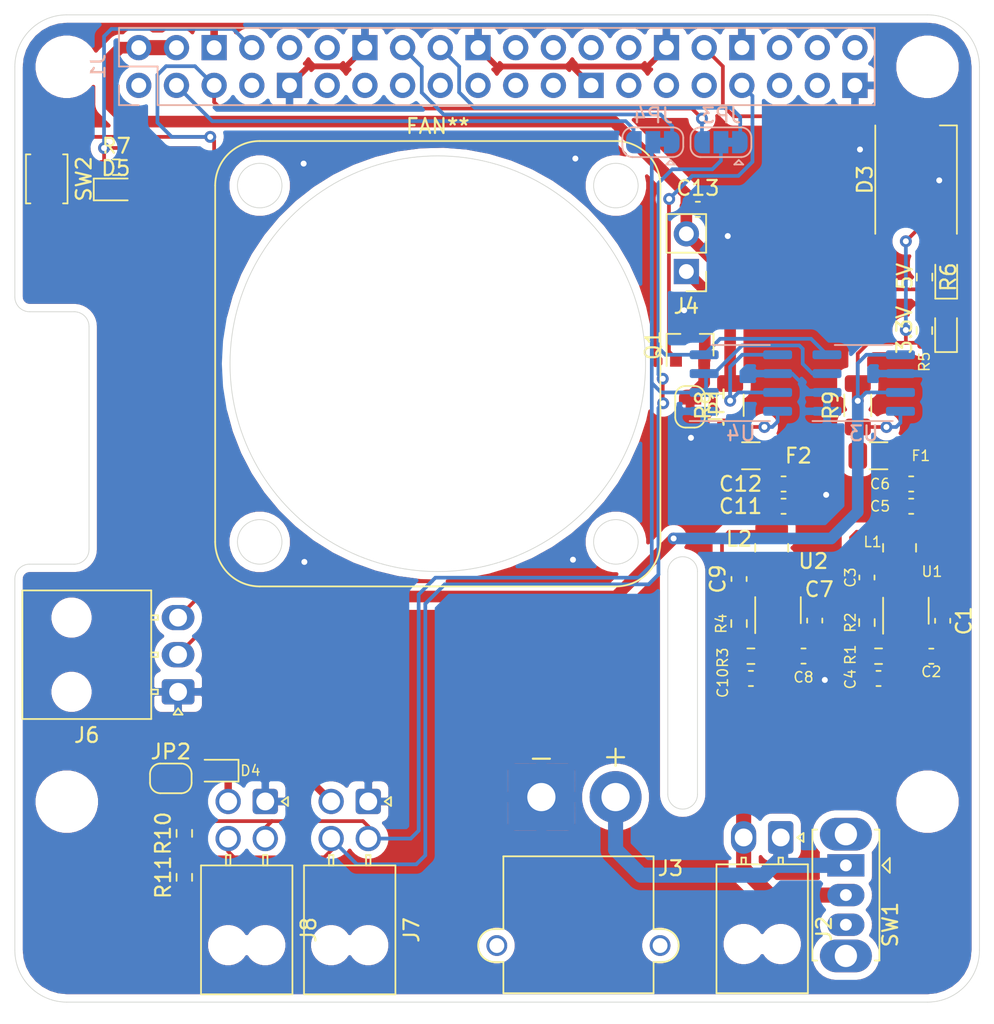
<source format=kicad_pcb>
(kicad_pcb (version 20171130) (host pcbnew "(5.1.9)-1")
  (layers (0 F.Cu signal) (31 B.Cu signal) (34 B.Paste user) (35 F.Paste user) (36 B.SilkS user) (37 F.SilkS user) (38 B.Mask user) (39 F.Mask user) (44 Edge.Cuts user))
  (net 0 "")
  (net 1 VDD)
  (net 2 GND)
  (net 3 "Net-(C3-Pad1)")
  (net 4 "Net-(C3-Pad2)")
  (net 5 "Net-(C4-Pad1)")
  (net 6 "Net-(C4-Pad2)")
  (net 7 "Net-(C9-Pad1)")
  (net 8 "Net-(C9-Pad2)")
  (net 9 "Net-(C10-Pad2)")
  (net 10 "Net-(C10-Pad1)")
  (net 11 "Net-(D1-Pad2)")
  (net 12 "Net-(D2-Pad2)")
  (net 13 +3V3)
  (net 14 +5V)
  (net 15 "Net-(J1-Pad1)")
  (net 16 /SDA)
  (net 17 /SCL)
  (net 18 /GPIO4)
  (net 19 /GPIO14)
  (net 20 /GPIO15)
  (net 21 /GPIO17)
  (net 22 /GPIO18)
  (net 23 /GPIO27)
  (net 24 /GPIO22)
  (net 25 /GPIO23)
  (net 26 "Net-(J1-Pad17)")
  (net 27 /GPIO24)
  (net 28 /GPIO10)
  (net 29 /GPIO9)
  (net 30 /GPIO25)
  (net 31 /GPIO11)
  (net 32 /GPIO8)
  (net 33 /GPIO7)
  (net 34 "Net-(J1-Pad27)")
  (net 35 "Net-(J1-Pad28)")
  (net 36 /GPIO5)
  (net 37 /GPIO6)
  (net 38 /GPIO12)
  (net 39 /GPIO13)
  (net 40 /GPIO19)
  (net 41 /GPIO16)
  (net 42 /GPIO26)
  (net 43 /GPIO20)
  (net 44 /GPIO21)
  (net 45 "Net-(D4-Pad1)")
  (net 46 "Net-(D3-Pad4)")
  (net 47 "Net-(D3-Pad1)")
  (net 48 "Net-(J4-Pad1)")
  (net 49 "Net-(F1-Pad1)")
  (net 50 "Net-(F2-Pad1)")
  (net 51 "Net-(D4-Pad2)")
  (net 52 "Net-(J2-Pad1)")
  (net 53 /GPIO2)
  (net 54 /GPIO3)
  (net 55 "Net-(D5-Pad2)")
  (module Diode_SMD:D_0603_1608Metric (layer F.Cu) (at 120.5875 97.91 180)
    (fp_text reference D4 (at -2.287501 0) (layer F.SilkS) (effects (font (size 0.7 0.7) (thickness 0.1))))
    (fp_text value D_Small)
    (pad 1 smd roundrect (at -0.7875 0 180) (size 0.875 0.95) (layers F.Cu F.Paste F.Mask) (net 45 "Net-(D4-Pad1)"))
    (pad 2 smd roundrect (at 0.7875 0 180) (size 0.875 0.95) (layers F.Cu F.Paste F.Mask) (net 51 "Net-(D4-Pad2)"))
  )
  (module Jumper:SolderJumper-2_P1.3mm_Bridged_RoundedPad1.0x1.5mm (layer F.Cu) (at 117.51 98.43)
    (fp_text reference JP2 (at 0 -1.8) (layer F.SilkS))
    (fp_text value SolderJumper_2_Bridged)
    (fp_poly (pts (xy 0.25 -0.3) (xy -0.25 -0.3) (xy -0.25 0.3) (xy 0.25 0.3)) (layer F.Cu) (width 0))
    (pad 2 smd custom (at 0.65 0) (size 1 0.5) (layers F.Cu F.Mask) (net 51 "Net-(D4-Pad2)") (options (clearance outline) (anchor rect)) (primitives (gr_circle (center 0 0.25) (end 0.5 0.25) (width 0)) (gr_circle (center 0 -0.25) (end 0.5 -0.25) (width 0)) (gr_poly (pts (xy 0 -0.75) (xy -0.5 -0.75) (xy -0.5 0.75) (xy 0 0.75)) (width 0))))
    (pad 1 smd custom (at -0.65 0) (size 1 0.5) (layers F.Cu F.Mask) (net 13 +3V3) (options (clearance outline) (anchor rect)) (primitives (gr_circle (center 0 0.25) (end 0.5 0.25) (width 0)) (gr_circle (center 0 -0.25) (end 0.5 -0.25) (width 0)) (gr_poly (pts (xy 0 -0.75) (xy 0.5 -0.75) (xy 0.5 0.75) (xy 0 0.75)) (width 0))))
  )
  (module Connector_Molex:Molex_Nano-Fit_105314-xx04_2x02_P2.50mm_Horizontal (layer F.Cu) (at 123.874999 99.985001 270)
    (fp_text reference J8 (at 8.65 -2.92 90) (layer F.SilkS))
    (fp_text value I2C)
    (pad "" np_thru_hole circle (at 9.68 2.5 270) (size 1.7 1.7) (drill 1.7) (layers *.Cu *.Mask))
    (pad "" np_thru_hole circle (at 9.68 0 270) (size 1.7 1.7) (drill 1.7) (layers *.Cu *.Mask))
    (pad 4 thru_hole circle (at 2.5 2.5 270) (size 1.7 1.7) (drill 1.2) (layers *.Cu *.Mask) (net 17 /SCL))
    (pad 3 thru_hole circle (at 2.5 0 270) (size 1.7 1.7) (drill 1.2) (layers *.Cu *.Mask) (net 16 /SDA))
    (pad 2 thru_hole circle (at 0 2.5 270) (size 1.7 1.7) (drill 1.2) (layers *.Cu *.Mask) (net 45 "Net-(D4-Pad1)"))
    (pad 1 thru_hole roundrect (at 0 0 270) (size 1.7 1.7) (drill 1.2) (layers *.Cu *.Mask) (roundrect_rratio 0.147059) (net 2 GND))
  )
  (module Resistor_SMD:R_0603_1608Metric (layer F.Cu) (at 118.42 102.135 90)
    (fp_text reference R10 (at 0 -1.43 90) (layer F.SilkS))
    (fp_text value 4.7k)
    (pad 2 smd roundrect (at 0.825 0 90) (size 0.8 0.95) (layers F.Cu F.Paste F.Mask) (net 16 /SDA))
    (pad 1 smd roundrect (at -0.825 0 90) (size 0.8 0.95) (layers F.Cu F.Paste F.Mask) (net 13 +3V3))
  )
  (module Resistor_SMD:R_0603_1608Metric (layer F.Cu) (at 118.42 105.095 270)
    (fp_text reference R11 (at -0.005 1.42 90) (layer F.SilkS))
    (fp_text value 4.7k)
    (pad 1 smd roundrect (at -0.825 0 270) (size 0.8 0.95) (layers F.Cu F.Paste F.Mask) (net 13 +3V3))
    (pad 2 smd roundrect (at 0.825 0 270) (size 0.8 0.95) (layers F.Cu F.Paste F.Mask) (net 17 /SCL))
  )
  (module Connector_Molex:Molex_Nano-Fit_105314-xx04_2x02_P2.50mm_Horizontal (layer F.Cu) (at 130.814999 99.985001 270)
    (fp_text reference J7 (at 8.65 -2.92 90) (layer F.SilkS))
    (fp_text value I2C)
    (pad 1 thru_hole roundrect (at 0 0 270) (size 1.7 1.7) (drill 1.2) (layers *.Cu *.Mask) (roundrect_rratio 0.147059) (net 2 GND))
    (pad 2 thru_hole circle (at 0 2.5 270) (size 1.7 1.7) (drill 1.2) (layers *.Cu *.Mask) (net 45 "Net-(D4-Pad1)"))
    (pad 3 thru_hole circle (at 2.5 0 270) (size 1.7 1.7) (drill 1.2) (layers *.Cu *.Mask) (net 16 /SDA))
    (pad 4 thru_hole circle (at 2.5 2.5 270) (size 1.7 1.7) (drill 1.2) (layers *.Cu *.Mask) (net 17 /SCL))
    (pad "" np_thru_hole circle (at 9.68 0 270) (size 1.7 1.7) (drill 1.7) (layers *.Cu *.Mask))
    (pad "" np_thru_hole circle (at 9.68 2.5 270) (size 1.7 1.7) (drill 1.7) (layers *.Cu *.Mask))
  )
  (module BrainBoard:Fan_30mm (layer F.Cu) (at 135.5 70.5)
    (fp_text reference FAN** (at 0 -16) (layer F.SilkS))
    (fp_text value Fan_30mm)
  )
  (module Capacitor_SMD:C_0603_1608Metric (layer F.Cu) (at 169.52 87.815 270)
    (fp_text reference C1 (at 0 -1.43 90) (layer F.SilkS))
    (fp_text value 10uF)
    (pad 2 smd roundrect (at 0.775 0 270) (size 0.9 0.95) (layers F.Cu F.Paste F.Mask) (net 1 VDD))
    (pad 1 smd roundrect (at -0.775 0 270) (size 0.9 0.95) (layers F.Cu F.Paste F.Mask) (net 2 GND))
  )
  (module Resistor_SMD:R_1206_3216Metric (layer F.Cu) (at 155.2 73.2975 90)
    (fp_text reference R8 (at 0 -1.82 90) (layer F.SilkS))
    (fp_text value 0.01)
    (pad 2 smd roundrect (at 1.4625 0 90) (size 1.125 1.75) (layers F.Cu F.Paste F.Mask) (roundrect_rratio 0.222222) (net 14 +5V))
    (pad 1 smd roundrect (at -1.4625 0 90) (size 1.125 1.75) (layers F.Cu F.Paste F.Mask) (roundrect_rratio 0.222222) (net 50 "Net-(F2-Pad1)"))
  )
  (module Package_TO_SOT_SMD:TSOT-23-6 (layer F.Cu) (at 167.017157 87.137258 90)
    (fp_text reference U1 (at 2.637258 1.782843) (layer F.SilkS) (effects (font (size 0.7 0.7) (thickness 0.1))))
    (fp_text value AP63200WU)
    (pad 1 smd rect (at -1.31 -0.95 90) (size 1.22 0.65) (layers F.Cu F.Paste F.Mask) (net 5 "Net-(C4-Pad1)"))
    (pad 2 smd rect (at -1.31 0 90) (size 1.22 0.65) (layers F.Cu F.Paste F.Mask) (net 1 VDD))
    (pad 3 smd rect (at -1.31 0.95 90) (size 1.22 0.65) (layers F.Cu F.Paste F.Mask) (net 1 VDD))
    (pad 4 smd rect (at 1.31 0.95 90) (size 1.22 0.65) (layers F.Cu F.Paste F.Mask) (net 2 GND))
    (pad 5 smd rect (at 1.31 0 90) (size 1.22 0.65) (layers F.Cu F.Paste F.Mask) (net 4 "Net-(C3-Pad2)"))
    (pad 6 smd rect (at 1.31 -0.95 90) (size 1.22 0.65) (layers F.Cu F.Paste F.Mask) (net 3 "Net-(C3-Pad1)"))
  )
  (module Package_SO:SOIC-8_3.9x4.9mm_P1.27mm (layer B.Cu) (at 164.2 71.8)
    (fp_text reference U3 (at 0 3.4) (layer B.SilkS) (effects (justify mirror)))
    (fp_text value INA219BxD)
    (pad 1 smd roundrect (at -2.475 1.905) (size 1.95 0.6) (layers B.Cu B.Paste B.Mask) (net 2 GND))
    (pad 2 smd roundrect (at -2.475 0.635) (size 1.95 0.6) (layers B.Cu B.Paste B.Mask) (net 2 GND))
    (pad 3 smd roundrect (at -2.475 -0.635) (size 1.95 0.6) (layers B.Cu B.Paste B.Mask) (net 16 /SDA))
    (pad 4 smd roundrect (at -2.475 -1.905) (size 1.95 0.6) (layers B.Cu B.Paste B.Mask) (net 17 /SCL))
    (pad 5 smd roundrect (at 2.475 -1.905) (size 1.95 0.6) (layers B.Cu B.Paste B.Mask) (net 13 +3V3))
    (pad 6 smd roundrect (at 2.475 -0.635) (size 1.95 0.6) (layers B.Cu B.Paste B.Mask) (net 2 GND))
    (pad 7 smd roundrect (at 2.475 0.635) (size 1.95 0.6) (layers B.Cu B.Paste B.Mask) (net 13 +3V3))
    (pad 8 smd roundrect (at 2.475 1.905) (size 1.95 0.6) (layers B.Cu B.Paste B.Mask) (net 49 "Net-(F1-Pad1)"))
  )
  (module Resistor_SMD:R_1206_3216Metric (layer F.Cu) (at 163.8 73.3 90)
    (fp_text reference R9 (at 0 -1.82 90) (layer F.SilkS))
    (fp_text value 0.01)
    (pad 1 smd roundrect (at -1.4625 0 90) (size 1.125 1.75) (layers F.Cu F.Paste F.Mask) (roundrect_rratio 0.222222) (net 49 "Net-(F1-Pad1)"))
    (pad 2 smd roundrect (at 1.4625 0 90) (size 1.125 1.75) (layers F.Cu F.Paste F.Mask) (roundrect_rratio 0.222222) (net 13 +3V3))
  )
  (module Package_SO:SOIC-8_3.9x4.9mm_P1.27mm (layer B.Cu) (at 155.925 71.8)
    (fp_text reference U4 (at 0 3.4 -180) (layer B.SilkS) (effects (justify mirror)))
    (fp_text value INA219BxD)
    (pad 8 smd roundrect (at 2.475 1.905) (size 1.95 0.6) (layers B.Cu B.Paste B.Mask) (net 50 "Net-(F2-Pad1)"))
    (pad 7 smd roundrect (at 2.475 0.635) (size 1.95 0.6) (layers B.Cu B.Paste B.Mask) (net 14 +5V))
    (pad 6 smd roundrect (at 2.475 -0.635) (size 1.95 0.6) (layers B.Cu B.Paste B.Mask) (net 2 GND))
    (pad 5 smd roundrect (at 2.475 -1.905) (size 1.95 0.6) (layers B.Cu B.Paste B.Mask) (net 14 +5V))
    (pad 4 smd roundrect (at -2.475 -1.905) (size 1.95 0.6) (layers B.Cu B.Paste B.Mask) (net 17 /SCL))
    (pad 3 smd roundrect (at -2.475 -0.635) (size 1.95 0.6) (layers B.Cu B.Paste B.Mask) (net 16 /SDA))
    (pad 2 smd roundrect (at -2.475 0.635) (size 1.95 0.6) (layers B.Cu B.Paste B.Mask) (net 16 /SDA))
    (pad 1 smd roundrect (at -2.475 1.905) (size 1.95 0.6) (layers B.Cu B.Paste B.Mask) (net 2 GND))
  )
  (module Capacitor_SMD:C_0603_1608Metric (layer F.Cu) (at 164.417157 84.9 90)
    (fp_text reference C3 (at 0 -1.117157 270) (layer F.SilkS) (effects (font (size 0.7 0.7) (thickness 0.1))))
    (fp_text value 0.1uF)
    (pad 1 smd roundrect (at -0.775 0 90) (size 0.9 0.95) (layers F.Cu F.Paste F.Mask) (net 3 "Net-(C3-Pad1)"))
    (pad 2 smd roundrect (at 0.775 0 90) (size 0.9 0.95) (layers F.Cu F.Paste F.Mask) (net 4 "Net-(C3-Pad2)"))
  )
  (module Capacitor_SMD:C_0603_1608Metric (layer F.Cu) (at 167.4 80.1 180)
    (fp_text reference C5 (at 2.1 0 180) (layer F.SilkS) (effects (font (size 0.7 0.7) (thickness 0.1))))
    (fp_text value 22uF)
    (pad 1 smd roundrect (at -0.775 0 180) (size 0.9 0.95) (layers F.Cu F.Paste F.Mask) (net 2 GND))
    (pad 2 smd roundrect (at 0.775 0 180) (size 0.9 0.95) (layers F.Cu F.Paste F.Mask) (net 6 "Net-(C4-Pad2)"))
  )
  (module Capacitor_SMD:C_0603_1608Metric (layer F.Cu) (at 165.199999 91.7)
    (fp_text reference C4 (at -1.9 0.05 -90) (layer F.SilkS) (effects (font (size 0.7 0.7) (thickness 0.1))))
    (fp_text value 100pF)
    (pad 1 smd roundrect (at -0.775 0) (size 0.9 0.95) (layers F.Cu F.Paste F.Mask) (net 5 "Net-(C4-Pad1)"))
    (pad 2 smd roundrect (at 0.775 0) (size 0.9 0.95) (layers F.Cu F.Paste F.Mask) (net 6 "Net-(C4-Pad2)"))
  )
  (module Fuse:Fuse_1206_3216Metric (layer F.Cu) (at 165.2 76.7)
    (fp_text reference F1 (at 2.85 0 180) (layer F.SilkS) (effects (font (size 0.7 0.7) (thickness 0.1))))
    (fp_text value 2A)
    (pad 1 smd roundrect (at -1.4 0) (size 1.25 1.75) (layers F.Cu F.Paste F.Mask) (roundrect_rratio 0.2) (net 49 "Net-(F1-Pad1)"))
    (pad 2 smd roundrect (at 1.4 0) (size 1.25 1.75) (layers F.Cu F.Paste F.Mask) (roundrect_rratio 0.2) (net 6 "Net-(C4-Pad2)"))
  )
  (module Inductor_SMD:L_1008_2520Metric (layer F.Cu) (at 166.617157 82.899999 90)
    (fp_text reference L1 (at 0.399999 -1.817157) (layer F.SilkS) (effects (font (size 0.7 0.7) (thickness 0.1))))
    (fp_text value 2.2uH)
    (pad 1 smd roundrect (at -1.075 0 90) (size 1.25 2.2) (layers F.Cu F.Paste F.Mask) (roundrect_rratio 0.2) (net 4 "Net-(C3-Pad2)"))
    (pad 2 smd roundrect (at 1.075 0 90) (size 1.25 2.2) (layers F.Cu F.Paste F.Mask) (roundrect_rratio 0.2) (net 6 "Net-(C4-Pad2)"))
  )
  (module Resistor_SMD:R_0603_1608Metric (layer F.Cu) (at 165.2 90.2 180)
    (fp_text reference R1 (at 1.9 0.1 270) (layer F.SilkS) (effects (font (size 0.7 0.7) (thickness 0.1))))
    (fp_text value 47k)
    (pad 2 smd roundrect (at 0.825 0 180) (size 0.8 0.95) (layers F.Cu F.Paste F.Mask) (net 5 "Net-(C4-Pad1)"))
    (pad 1 smd roundrect (at -0.825 0 180) (size 0.8 0.95) (layers F.Cu F.Paste F.Mask) (net 6 "Net-(C4-Pad2)"))
  )
  (module Resistor_SMD:R_0603_1608Metric (layer F.Cu) (at 164.417157 87.937258 90)
    (fp_text reference R2 (at 0 -1.117157 90) (layer F.SilkS) (effects (font (size 0.7 0.7) (thickness 0.1))))
    (fp_text value 15k)
    (pad 1 smd roundrect (at -0.825 0 90) (size 0.8 0.95) (layers F.Cu F.Paste F.Mask) (net 5 "Net-(C4-Pad1)"))
    (pad 2 smd roundrect (at 0.825 0 90) (size 0.8 0.95) (layers F.Cu F.Paste F.Mask) (net 2 GND))
  )
  (module Capacitor_SMD:C_0603_1608Metric (layer F.Cu) (at 167.4 78.6)
    (fp_text reference C6 (at -2.1 0 180) (layer F.SilkS) (effects (font (size 0.7 0.7) (thickness 0.1))))
    (fp_text value 22uF)
    (pad 2 smd roundrect (at 0.775 0) (size 0.9 0.95) (layers F.Cu F.Paste F.Mask) (net 2 GND))
    (pad 1 smd roundrect (at -0.775 0) (size 0.9 0.95) (layers F.Cu F.Paste F.Mask) (net 6 "Net-(C4-Pad2)"))
  )
  (module Fuse:Fuse_1206_3216Metric (layer F.Cu) (at 156.6 76.7)
    (fp_text reference F2 (at 3.2 0 180) (layer F.SilkS))
    (fp_text value 2A)
    (pad 2 smd roundrect (at 1.4 0) (size 1.25 1.75) (layers F.Cu F.Paste F.Mask) (roundrect_rratio 0.2) (net 9 "Net-(C10-Pad2)"))
    (pad 1 smd roundrect (at -1.4 0) (size 1.25 1.75) (layers F.Cu F.Paste F.Mask) (roundrect_rratio 0.2) (net 50 "Net-(F2-Pad1)"))
  )
  (module Inductor_SMD:L_1008_2520Metric (layer F.Cu) (at 158 82.9 90)
    (fp_text reference L2 (at 0.6 -2.2) (layer F.SilkS))
    (fp_text value 2.2uH)
    (pad 2 smd roundrect (at 1.075 0 90) (size 1.25 2.2) (layers F.Cu F.Paste F.Mask) (roundrect_rratio 0.2) (net 9 "Net-(C10-Pad2)"))
    (pad 1 smd roundrect (at -1.075 0 90) (size 1.25 2.2) (layers F.Cu F.Paste F.Mask) (roundrect_rratio 0.2) (net 8 "Net-(C9-Pad2)"))
  )
  (module Resistor_SMD:R_0603_1608Metric (layer F.Cu) (at 156.6 90.2 180)
    (fp_text reference R3 (at 1.9 -0.1 270) (layer F.SilkS) (effects (font (size 0.7 0.7) (thickness 0.1))))
    (fp_text value 82k)
    (pad 2 smd roundrect (at 0.825 0 180) (size 0.8 0.95) (layers F.Cu F.Paste F.Mask) (net 10 "Net-(C10-Pad1)"))
    (pad 1 smd roundrect (at -0.825 0 180) (size 0.8 0.95) (layers F.Cu F.Paste F.Mask) (net 9 "Net-(C10-Pad2)"))
  )
  (module Package_TO_SOT_SMD:TSOT-23-6 (layer F.Cu) (at 158.4 87.100002 90)
    (fp_text reference U2 (at 3.300001 2.4) (layer F.SilkS))
    (fp_text value AP63200WU)
    (pad 6 smd rect (at 1.31 -0.95 90) (size 1.22 0.65) (layers F.Cu F.Paste F.Mask) (net 7 "Net-(C9-Pad1)"))
    (pad 5 smd rect (at 1.31 0 90) (size 1.22 0.65) (layers F.Cu F.Paste F.Mask) (net 8 "Net-(C9-Pad2)"))
    (pad 4 smd rect (at 1.31 0.95 90) (size 1.22 0.65) (layers F.Cu F.Paste F.Mask) (net 2 GND))
    (pad 3 smd rect (at -1.31 0.95 90) (size 1.22 0.65) (layers F.Cu F.Paste F.Mask) (net 1 VDD))
    (pad 2 smd rect (at -1.31 0 90) (size 1.22 0.65) (layers F.Cu F.Paste F.Mask) (net 1 VDD))
    (pad 1 smd rect (at -1.31 -0.95 90) (size 1.22 0.65) (layers F.Cu F.Paste F.Mask) (net 10 "Net-(C10-Pad1)"))
  )
  (module Capacitor_SMD:C_0603_1608Metric (layer F.Cu) (at 160.145 90.19 180)
    (fp_text reference C8 (at 0 -1.43 180) (layer F.SilkS) (effects (font (size 0.7 0.7) (thickness 0.1))))
    (fp_text value 10uF)
    (pad 2 smd roundrect (at 0.775 0 180) (size 0.9 0.95) (layers F.Cu F.Paste F.Mask) (net 1 VDD))
    (pad 1 smd roundrect (at -0.775 0 180) (size 0.9 0.95) (layers F.Cu F.Paste F.Mask) (net 2 GND))
  )
  (module Resistor_SMD:R_0603_1608Metric (layer F.Cu) (at 155.799999 88 90)
    (fp_text reference R4 (at 0 -1.2 270) (layer F.SilkS) (effects (font (size 0.7 0.7) (thickness 0.1))))
    (fp_text value 15k)
    (pad 2 smd roundrect (at 0.825 0 90) (size 0.8 0.95) (layers F.Cu F.Paste F.Mask) (net 2 GND))
    (pad 1 smd roundrect (at -0.825 0 90) (size 0.8 0.95) (layers F.Cu F.Paste F.Mask) (net 10 "Net-(C10-Pad1)"))
  )
  (module Capacitor_SMD:C_0603_1608Metric (layer F.Cu) (at 155.8 85.000001 90)
    (fp_text reference C9 (at 0 -1.43 270) (layer F.SilkS))
    (fp_text value 0.1uF)
    (pad 1 smd roundrect (at -0.775 0 90) (size 0.9 0.95) (layers F.Cu F.Paste F.Mask) (net 7 "Net-(C9-Pad1)"))
    (pad 2 smd roundrect (at 0.775 0 90) (size 0.9 0.95) (layers F.Cu F.Paste F.Mask) (net 8 "Net-(C9-Pad2)"))
  )
  (module Capacitor_SMD:C_0603_1608Metric (layer F.Cu) (at 158.8 78.6)
    (fp_text reference C12 (at -2.9 0 180) (layer F.SilkS))
    (fp_text value 22uF)
    (pad 2 smd roundrect (at 0.775 0) (size 0.9 0.95) (layers F.Cu F.Paste F.Mask) (net 2 GND))
    (pad 1 smd roundrect (at -0.775 0) (size 0.9 0.95) (layers F.Cu F.Paste F.Mask) (net 9 "Net-(C10-Pad2)"))
  )
  (module Capacitor_SMD:C_0603_1608Metric (layer F.Cu) (at 158.8 80.1 180)
    (fp_text reference C11 (at 2.9 0 180) (layer F.SilkS))
    (fp_text value 22uF)
    (pad 1 smd roundrect (at -0.775 0 180) (size 0.9 0.95) (layers F.Cu F.Paste F.Mask) (net 2 GND))
    (pad 2 smd roundrect (at 0.775 0 180) (size 0.9 0.95) (layers F.Cu F.Paste F.Mask) (net 9 "Net-(C10-Pad2)"))
  )
  (module Capacitor_SMD:C_0603_1608Metric (layer F.Cu) (at 160.9 87.800001 270)
    (fp_text reference C7 (at -2.1 -0.299999) (layer F.SilkS))
    (fp_text value 10uF)
    (pad 2 smd roundrect (at 0.775 0 270) (size 0.9 0.95) (layers F.Cu F.Paste F.Mask) (net 1 VDD))
    (pad 1 smd roundrect (at -0.775 0 270) (size 0.9 0.95) (layers F.Cu F.Paste F.Mask) (net 2 GND))
  )
  (module Capacitor_SMD:C_0603_1608Metric (layer F.Cu) (at 156.599999 91.7)
    (fp_text reference C10 (at -1.9 0.3 90) (layer F.SilkS) (effects (font (size 0.7 0.7) (thickness 0.1))))
    (fp_text value 100pF)
    (pad 2 smd roundrect (at 0.775 0) (size 0.9 0.95) (layers F.Cu F.Paste F.Mask) (net 9 "Net-(C10-Pad2)"))
    (pad 1 smd roundrect (at -0.775 0) (size 0.9 0.95) (layers F.Cu F.Paste F.Mask) (net 10 "Net-(C10-Pad1)"))
  )
  (module Capacitor_SMD:C_0603_1608Metric (layer F.Cu) (at 168.755 90.2 180)
    (fp_text reference C2 (at 0 -1.05 180) (layer F.SilkS) (effects (font (size 0.7 0.7) (thickness 0.1))))
    (fp_text value 10uF)
    (pad 1 smd roundrect (at -0.775 0 180) (size 0.9 0.95) (layers F.Cu F.Paste F.Mask) (net 2 GND))
    (pad 2 smd roundrect (at 0.775 0 180) (size 0.9 0.95) (layers F.Cu F.Paste F.Mask) (net 1 VDD))
  )
  (module MountingHole:MountingHole_3.2mm_M3 (layer F.Cu) (at 168.5 100)
    (fp_text reference REF**)
    (fp_text value MountingHole_3.2mm_M3)
    (pad 1 np_thru_hole circle (at 0 0) (size 3.2 3.2) (drill 3.2) (layers *.Cu *.Mask))
  )
  (module MountingHole:MountingHole_3.2mm_M3 (layer F.Cu) (at 110.5 100)
    (fp_text reference REF**)
    (fp_text value MountingHole_3.2mm_M3)
    (pad 1 np_thru_hole circle (at 0 0) (size 3.2 3.2) (drill 3.2) (layers *.Cu *.Mask))
  )
  (module MountingHole:MountingHole_3.2mm_M3 (layer F.Cu) (at 110.5 50.5)
    (fp_text reference REF**)
    (fp_text value MountingHole_3.2mm_M3)
    (pad 1 np_thru_hole circle (at 0 0) (size 3.2 3.2) (drill 3.2) (layers *.Cu *.Mask))
  )
  (module MountingHole:MountingHole_3.2mm_M3 (layer F.Cu) (at 168.5 50.5)
    (fp_text reference REF**)
    (fp_text value MountingHole_3.2mm_M3)
    (pad 1 np_thru_hole circle (at 0 0) (size 3.2 3.2) (drill 3.2) (layers *.Cu *.Mask))
  )
  (module LED_SMD:LED_0603_1608Metric (layer F.Cu) (at 169.750001 68.23 90)
    (fp_text reference D1)
    (fp_text value 3.3V (at 0 -2.810001 270) (layer F.SilkS))
    (pad 2 smd roundrect (at 0.7875 0 90) (size 0.875 0.95) (layers F.Cu F.Paste F.Mask) (net 11 "Net-(D1-Pad2)"))
    (pad 1 smd roundrect (at -0.7875 0 90) (size 0.875 0.95) (layers F.Cu F.Paste F.Mask) (net 2 GND))
  )
  (module LED_SMD:LED_0603_1608Metric (layer F.Cu) (at 169.76 64.63 90)
    (fp_text reference D2)
    (fp_text value 5V (at 0.01 -2.79 270) (layer F.SilkS))
    (pad 1 smd roundrect (at -0.7875 0 90) (size 0.875 0.95) (layers F.Cu F.Paste F.Mask) (net 2 GND))
    (pad 2 smd roundrect (at 0.7875 0 90) (size 0.875 0.95) (layers F.Cu F.Paste F.Mask) (net 12 "Net-(D2-Pad2)"))
  )
  (module Connector_PinSocket_2.54mm:PinSocket_2x20_P2.54mm_Vertical (layer B.Cu) (at 115.35 51.75 270)
    (fp_text reference J1 (at -1.27 2.77 270) (layer B.SilkS) (effects (justify mirror)))
    (fp_text value Conn_02x20_Odd_Even)
    (pad 1 thru_hole oval (at 0 0 270) (size 1.7 1.7) (drill 1) (layers *.Cu *.Mask) (net 15 "Net-(J1-Pad1)"))
    (pad 2 thru_hole oval (at -2.54 0 270) (size 1.7 1.7) (drill 1) (layers *.Cu *.Mask) (net 14 +5V))
    (pad 3 thru_hole oval (at 0 -2.54 270) (size 1.7 1.7) (drill 1) (layers *.Cu *.Mask) (net 53 /GPIO2))
    (pad 4 thru_hole oval (at -2.54 -2.54 270) (size 1.7 1.7) (drill 1) (layers *.Cu *.Mask) (net 14 +5V))
    (pad 5 thru_hole oval (at 0 -5.08 270) (size 1.7 1.7) (drill 1) (layers *.Cu *.Mask) (net 54 /GPIO3))
    (pad 6 thru_hole rect (at -2.54 -5.08 270) (size 1.7 1.7) (drill 1) (layers *.Cu *.Mask) (net 2 GND))
    (pad 7 thru_hole oval (at 0 -7.62 270) (size 1.7 1.7) (drill 1) (layers *.Cu *.Mask) (net 18 /GPIO4))
    (pad 8 thru_hole oval (at -2.54 -7.62 270) (size 1.7 1.7) (drill 1) (layers *.Cu *.Mask) (net 19 /GPIO14))
    (pad 9 thru_hole rect (at 0 -10.16 270) (size 1.7 1.7) (drill 1) (layers *.Cu *.Mask) (net 2 GND))
    (pad 10 thru_hole oval (at -2.54 -10.16 270) (size 1.7 1.7) (drill 1) (layers *.Cu *.Mask) (net 20 /GPIO15))
    (pad 11 thru_hole oval (at 0 -12.7 270) (size 1.7 1.7) (drill 1) (layers *.Cu *.Mask) (net 21 /GPIO17))
    (pad 12 thru_hole oval (at -2.54 -12.7 270) (size 1.7 1.7) (drill 1) (layers *.Cu *.Mask) (net 22 /GPIO18))
    (pad 13 thru_hole oval (at 0 -15.24 270) (size 1.7 1.7) (drill 1) (layers *.Cu *.Mask) (net 23 /GPIO27))
    (pad 14 thru_hole rect (at -2.54 -15.24 270) (size 1.7 1.7) (drill 1) (layers *.Cu *.Mask) (net 2 GND))
    (pad 15 thru_hole oval (at 0 -17.78 270) (size 1.7 1.7) (drill 1) (layers *.Cu *.Mask) (net 24 /GPIO22))
    (pad 16 thru_hole oval (at -2.54 -17.78 270) (size 1.7 1.7) (drill 1) (layers *.Cu *.Mask) (net 25 /GPIO23))
    (pad 17 thru_hole oval (at 0 -20.32 270) (size 1.7 1.7) (drill 1) (layers *.Cu *.Mask) (net 26 "Net-(J1-Pad17)"))
    (pad 18 thru_hole oval (at -2.54 -20.32 270) (size 1.7 1.7) (drill 1) (layers *.Cu *.Mask) (net 27 /GPIO24))
    (pad 19 thru_hole oval (at 0 -22.86 270) (size 1.7 1.7) (drill 1) (layers *.Cu *.Mask) (net 28 /GPIO10))
    (pad 20 thru_hole rect (at -2.54 -22.86 270) (size 1.7 1.7) (drill 1) (layers *.Cu *.Mask) (net 2 GND))
    (pad 21 thru_hole oval (at 0 -25.4 270) (size 1.7 1.7) (drill 1) (layers *.Cu *.Mask) (net 29 /GPIO9))
    (pad 22 thru_hole oval (at -2.54 -25.4 270) (size 1.7 1.7) (drill 1) (layers *.Cu *.Mask) (net 30 /GPIO25))
    (pad 23 thru_hole oval (at 0 -27.94 270) (size 1.7 1.7) (drill 1) (layers *.Cu *.Mask) (net 31 /GPIO11))
    (pad 24 thru_hole oval (at -2.54 -27.94 270) (size 1.7 1.7) (drill 1) (layers *.Cu *.Mask) (net 32 /GPIO8))
    (pad 25 thru_hole rect (at 0 -30.48 270) (size 1.7 1.7) (drill 1) (layers *.Cu *.Mask) (net 2 GND))
    (pad 26 thru_hole oval (at -2.54 -30.48 270) (size 1.7 1.7) (drill 1) (layers *.Cu *.Mask) (net 33 /GPIO7))
    (pad 27 thru_hole oval (at 0 -33.02 270) (size 1.7 1.7) (drill 1) (layers *.Cu *.Mask) (net 34 "Net-(J1-Pad27)"))
    (pad 28 thru_hole oval (at -2.54 -33.02 270) (size 1.7 1.7) (drill 1) (layers *.Cu *.Mask) (net 35 "Net-(J1-Pad28)"))
    (pad 29 thru_hole oval (at 0 -35.56 270) (size 1.7 1.7) (drill 1) (layers *.Cu *.Mask) (net 36 /GPIO5))
    (pad 30 thru_hole rect (at -2.54 -35.56 270) (size 1.7 1.7) (drill 1) (layers *.Cu *.Mask) (net 2 GND))
    (pad 31 thru_hole oval (at 0 -38.1 270) (size 1.7 1.7) (drill 1) (layers *.Cu *.Mask) (net 37 /GPIO6))
    (pad 32 thru_hole oval (at -2.54 -38.1 270) (size 1.7 1.7) (drill 1) (layers *.Cu *.Mask) (net 38 /GPIO12))
    (pad 33 thru_hole oval (at 0 -40.64 270) (size 1.7 1.7) (drill 1) (layers *.Cu *.Mask) (net 39 /GPIO13))
    (pad 34 thru_hole rect (at -2.54 -40.64 270) (size 1.7 1.7) (drill 1) (layers *.Cu *.Mask) (net 2 GND))
    (pad 35 thru_hole oval (at 0 -43.18 270) (size 1.7 1.7) (drill 1) (layers *.Cu *.Mask) (net 40 /GPIO19))
    (pad 36 thru_hole oval (at -2.54 -43.18 270) (size 1.7 1.7) (drill 1) (layers *.Cu *.Mask) (net 41 /GPIO16))
    (pad 37 thru_hole oval (at 0 -45.72 270) (size 1.7 1.7) (drill 1) (layers *.Cu *.Mask) (net 42 /GPIO26))
    (pad 38 thru_hole oval (at -2.54 -45.72 270) (size 1.7 1.7) (drill 1) (layers *.Cu *.Mask) (net 43 /GPIO20))
    (pad 39 thru_hole rect (at 0 -48.26 270) (size 1.7 1.7) (drill 1) (layers *.Cu *.Mask) (net 2 GND))
    (pad 40 thru_hole oval (at -2.54 -48.26 270) (size 1.7 1.7) (drill 1) (layers *.Cu *.Mask) (net 44 /GPIO21))
  )
  (module Connector_AMASS:AMASS_XT30PW-M_1x02_P2.50mm_Horizontal (layer F.Cu) (at 142.48 99.69 180)
    (fp_text reference J3 (at -8.7 -4.8) (layer F.SilkS))
    (fp_text value VIN)
    (fp_text user - (at 0 2.7) (layer F.SilkS) (effects (font (size 1.5 1.5))))
    (fp_text user + (at -5 2.8) (layer F.SilkS) (effects (font (size 1.5 1.5))))
    (pad "" thru_hole circle (at 3 -10 180) (size 1.4 1.4) (drill 1) (layers *.Cu *.Mask))
    (pad "" thru_hole circle (at -8 -10 180) (size 1.4 1.4) (drill 1) (layers *.Cu *.Mask))
    (pad 1 thru_hole rect (at 0 0 180) (size 3.5 3.5) (drill 1.9) (layers *.Cu *.Mask) (net 2 GND))
    (pad 2 thru_hole circle (at -5 0 180) (size 3.5 3.5) (drill 1.9) (layers *.Cu *.Mask) (net 52 "Net-(J2-Pad1)"))
  )
  (module Resistor_SMD:R_0603_1608Metric (layer F.Cu) (at 168.29 68.265 90)
    (fp_text reference R5 (at -2.105 0 270) (layer F.SilkS) (effects (font (size 0.7 0.7) (thickness 0.1))))
    (fp_text value R_Small)
    (pad 1 smd roundrect (at -0.825 0 90) (size 0.8 0.95) (layers F.Cu F.Paste F.Mask) (net 13 +3V3))
    (pad 2 smd roundrect (at 0.825 0 90) (size 0.8 0.95) (layers F.Cu F.Paste F.Mask) (net 11 "Net-(D1-Pad2)"))
  )
  (module Resistor_SMD:R_0603_1608Metric (layer F.Cu) (at 168.3 64.665 90)
    (fp_text reference R6 (at 0 1.6 270) (layer F.SilkS))
    (fp_text value R_Small)
    (pad 1 smd roundrect (at -0.825 0 90) (size 0.8 0.95) (layers F.Cu F.Paste F.Mask) (net 14 +5V))
    (pad 2 smd roundrect (at 0.825 0 90) (size 0.8 0.95) (layers F.Cu F.Paste F.Mask) (net 12 "Net-(D2-Pad2)"))
  )
  (module Resistor_SMD:R_0603_1608Metric (layer F.Cu) (at 113.84 57.26)
    (fp_text reference R7 (at 0 -1.43) (layer F.SilkS))
    (fp_text value R_Small)
    (pad 1 smd roundrect (at -0.825 0) (size 0.8 0.95) (layers F.Cu F.Paste F.Mask) (net 19 /GPIO14))
    (pad 2 smd roundrect (at 0.825 0) (size 0.8 0.95) (layers F.Cu F.Paste F.Mask) (net 55 "Net-(D5-Pad2)"))
  )
  (module Connector_PinHeader_2.54mm:PinHeader_1x02_P2.54mm_Vertical (layer F.Cu) (at 152.25 64.29 180)
    (fp_text reference J4 (at 0 -2.33) (layer F.SilkS))
    (fp_text value FAN)
    (pad 1 thru_hole rect (at 0 0 180) (size 1.7 1.7) (drill 1) (layers *.Cu *.Mask) (net 48 "Net-(J4-Pad1)"))
    (pad 2 thru_hole oval (at 0 2.54 180) (size 1.7 1.7) (drill 1) (layers *.Cu *.Mask) (net 14 +5V))
  )
  (module LED_SMD:LED_WS2812_PLCC6_5.0x5.0mm_P1.6mm (layer F.Cu) (at 167.73 58.1 270)
    (fp_text reference D3 (at 0 3.45 90) (layer F.SilkS))
    (fp_text value WS2812)
    (pad 4 smd rect (at 2.45 1.6 270) (size 1.5 1) (layers F.Cu F.Paste F.Mask) (net 46 "Net-(D3-Pad4)"))
    (pad 5 smd rect (at 2.45 0 270) (size 1.5 1) (layers F.Cu F.Paste F.Mask) (net 13 +3V3))
    (pad 6 smd rect (at 2.45 -1.6 270) (size 1.5 1) (layers F.Cu F.Paste F.Mask) (net 2 GND))
    (pad 3 smd rect (at -2.45 1.6 270) (size 1.5 1) (layers F.Cu F.Paste F.Mask) (net 13 +3V3))
    (pad 2 smd rect (at -2.45 0 270) (size 1.5 1) (layers F.Cu F.Paste F.Mask) (net 38 /GPIO12))
    (pad 1 smd rect (at -2.45 -1.6 270) (size 1.5 1) (layers F.Cu F.Paste F.Mask) (net 47 "Net-(D3-Pad1)"))
  )
  (module Jumper:SolderJumper-2_P1.3mm_Bridged_RoundedPad1.0x1.5mm (layer F.Cu) (at 152.5 73.4 270)
    (fp_text reference JP1 (at 0 -1.8 90) (layer F.SilkS))
    (fp_text value SolderJumper_2_Bridged)
    (fp_poly (pts (xy 0.25 -0.3) (xy -0.25 -0.3) (xy -0.25 0.3) (xy 0.25 0.3)) (layer F.Cu) (width 0))
    (pad 2 smd custom (at 0.65 0 270) (size 1 0.5) (layers F.Cu F.Mask) (net 2 GND) (options (clearance outline) (anchor rect)) (primitives (gr_circle (center 0 0.25) (end 0.5 0.25) (width 0)) (gr_circle (center 0 -0.25) (end 0.5 -0.25) (width 0)) (gr_poly (pts (xy 0 -0.75) (xy -0.5 -0.75) (xy -0.5 0.75) (xy 0 0.75)) (width 0))))
    (pad 1 smd custom (at -0.65 0 270) (size 1 0.5) (layers F.Cu F.Mask) (net 48 "Net-(J4-Pad1)") (options (clearance outline) (anchor rect)) (primitives (gr_circle (center 0 0.25) (end 0.5 0.25) (width 0)) (gr_circle (center 0 -0.25) (end 0.5 -0.25) (width 0)) (gr_poly (pts (xy 0 -0.75) (xy 0.5 -0.75) (xy 0.5 0.75) (xy 0 0.75)) (width 0))))
  )
  (module Package_TO_SOT_SMD:SOT-23 (layer F.Cu) (at 152.5 69.25 90)
    (fp_text reference Q1 (at 0 -2.5 90) (layer F.SilkS))
    (fp_text value Q_NPN_BCE)
    (pad 1 smd rect (at -1 -0.95 90) (size 0.9 0.8) (layers F.Cu F.Paste F.Mask) (net 39 /GPIO13))
    (pad 2 smd rect (at -1 0.95 90) (size 0.9 0.8) (layers F.Cu F.Paste F.Mask) (net 48 "Net-(J4-Pad1)"))
    (pad 3 smd rect (at 1 0 90) (size 0.9 0.8) (layers F.Cu F.Paste F.Mask) (net 2 GND))
  )
  (module Jumper:SolderJumper-3_P1.3mm_Bridged12_RoundedPad1.0x1.5mm (layer B.Cu) (at 154.58 55.58 180)
    (fp_text reference JP3 (at 0 1.8) (layer B.SilkS) (effects (justify mirror)))
    (fp_text value SCL)
    (fp_poly (pts (xy -0.9 0.3) (xy -0.4 0.3) (xy -0.4 -0.3) (xy -0.9 -0.3)) (layer B.Cu) (width 0))
    (pad 3 smd custom (at 1.3 0 180) (size 1 0.5) (layers B.Cu B.Mask) (net 54 /GPIO3) (options (clearance outline) (anchor rect)) (primitives (gr_circle (center 0 -0.25) (end 0.5 -0.25) (width 0)) (gr_circle (center 0 0.25) (end 0.5 0.25) (width 0)) (gr_poly (pts (xy -0.55 0.75) (xy 0 0.75) (xy 0 -0.75) (xy -0.55 -0.75)) (width 0))))
    (pad 2 smd rect (at 0 0 180) (size 1 1.5) (layers B.Cu B.Mask) (net 17 /SCL))
    (pad 1 smd custom (at -1.3 0 180) (size 1 0.5) (layers B.Cu B.Mask) (net 27 /GPIO24) (options (clearance outline) (anchor rect)) (primitives (gr_circle (center 0 -0.25) (end 0.5 -0.25) (width 0)) (gr_circle (center 0 0.25) (end 0.5 0.25) (width 0)) (gr_poly (pts (xy 0.55 0.75) (xy 0 0.75) (xy 0 -0.75) (xy 0.55 -0.75)) (width 0))))
  )
  (module Jumper:SolderJumper-3_P1.3mm_Bridged12_RoundedPad1.0x1.5mm (layer B.Cu) (at 149.99 55.58 180)
    (fp_text reference JP4 (at 0 1.8) (layer B.SilkS) (effects (justify mirror)))
    (fp_text value SDA)
    (fp_poly (pts (xy -0.9 0.3) (xy -0.4 0.3) (xy -0.4 -0.3) (xy -0.9 -0.3)) (layer B.Cu) (width 0))
    (pad 3 smd custom (at 1.3 0 180) (size 1 0.5) (layers B.Cu B.Mask) (net 53 /GPIO2) (options (clearance outline) (anchor rect)) (primitives (gr_circle (center 0 -0.25) (end 0.5 -0.25) (width 0)) (gr_circle (center 0 0.25) (end 0.5 0.25) (width 0)) (gr_poly (pts (xy -0.55 0.75) (xy 0 0.75) (xy 0 -0.75) (xy -0.55 -0.75)) (width 0))))
    (pad 2 smd rect (at 0 0 180) (size 1 1.5) (layers B.Cu B.Mask) (net 16 /SDA))
    (pad 1 smd custom (at -1.3 0 180) (size 1 0.5) (layers B.Cu B.Mask) (net 25 /GPIO23) (options (clearance outline) (anchor rect)) (primitives (gr_circle (center 0 -0.25) (end 0.5 -0.25) (width 0)) (gr_circle (center 0 0.25) (end 0.5 0.25) (width 0)) (gr_poly (pts (xy 0.55 0.75) (xy 0 0.75) (xy 0 -0.75) (xy 0.55 -0.75)) (width 0))))
  )
  (module LED_SMD:LED_0603_1608Metric (layer F.Cu) (at 113.8025 58.76)
    (fp_text reference D5 (at 0 -1.43) (layer F.SilkS))
    (fp_text value ACT)
    (pad 1 smd roundrect (at -0.7875 0) (size 0.875 0.95) (layers F.Cu F.Paste F.Mask) (net 2 GND))
    (pad 2 smd roundrect (at 0.7875 0) (size 0.875 0.95) (layers F.Cu F.Paste F.Mask) (net 55 "Net-(D5-Pad2)"))
  )
  (module Button_Switch_THT:SW_Slide_1P2T_CK_OS102011MS2Q (layer F.Cu) (at 163 104.29 270)
    (fp_text reference SW1 (at 3.99 -2.99 90) (layer F.SilkS))
    (fp_text value PWR)
    (pad 1 thru_hole rect (at 0 0 270) (size 1.5 2.5) (drill 0.8) (layers *.Cu *.Mask) (net 52 "Net-(J2-Pad1)"))
    (pad 2 thru_hole oval (at 2 0 270) (size 1.5 2.5) (drill 0.8) (layers *.Cu *.Mask) (net 1 VDD))
    (pad 3 thru_hole oval (at 4 0 270) (size 1.5 2.5) (drill 0.8) (layers *.Cu *.Mask))
    (pad "" thru_hole oval (at -2.1 0 270) (size 2.2 3.5) (drill 1.5) (layers *.Cu *.Mask))
    (pad "" thru_hole oval (at 6.1 0 270) (size 2.2 3.5) (drill 1.5) (layers *.Cu *.Mask))
  )
  (module Button_Switch_SMD:SW_SPST_B3U-1000P (layer F.Cu) (at 109.15 58.05 270)
    (fp_text reference SW2 (at 0 -2.5 90) (layer F.SilkS))
    (fp_text value BOOT)
    (pad 1 smd rect (at -1.7 0 270) (size 0.9 1.7) (layers F.Cu F.Paste F.Mask) (net 54 /GPIO3))
    (pad 2 smd rect (at 1.7 0 270) (size 0.9 1.7) (layers F.Cu F.Paste F.Mask) (net 2 GND))
  )
  (module Connector_Molex:Molex_Nano-Fit_105313-xx02_1x02_P2.50mm_Horizontal (layer F.Cu) (at 158.61 102.41 270)
    (fp_text reference J2 (at 6.15 -2.92 90) (layer F.SilkS))
    (fp_text value PWR)
    (pad 1 thru_hole roundrect (at 0 0 270) (size 2.2 1.7) (drill 1.2) (layers *.Cu *.Mask) (roundrect_rratio 0.147059) (net 52 "Net-(J2-Pad1)"))
    (pad 2 thru_hole oval (at 0 2.5 270) (size 2.2 1.7) (drill 1.2) (layers *.Cu *.Mask) (net 1 VDD))
    (pad "" np_thru_hole circle (at 7.18 0 270) (size 1.7 1.7) (drill 1.7) (layers *.Cu *.Mask))
    (pad "" np_thru_hole circle (at 7.18 2.5 270) (size 1.7 1.7) (drill 1.7) (layers *.Cu *.Mask))
  )
  (module Connector_Molex:Molex_Nano-Fit_105313-xx03_1x03_P2.50mm_Horizontal (layer F.Cu) (at 118 92.6 180)
    (fp_text reference J6 (at 6.15 -2.92) (layer F.SilkS))
    (fp_text value BOOT)
    (pad 1 thru_hole roundrect (at 0 0 180) (size 2.2 1.7) (drill 1.2) (layers *.Cu *.Mask) (roundrect_rratio 0.147059) (net 2 GND))
    (pad 2 thru_hole oval (at 0 2.5 180) (size 2.2 1.7) (drill 1.2) (layers *.Cu *.Mask) (net 54 /GPIO3))
    (pad 3 thru_hole oval (at 0 5 180) (size 2.2 1.7) (drill 1.2) (layers *.Cu *.Mask) (net 19 /GPIO14))
    (pad "" np_thru_hole circle (at 7.18 0 180) (size 1.7 1.7) (drill 1.7) (layers *.Cu *.Mask))
    (pad "" np_thru_hole circle (at 7.18 5 180) (size 1.7 1.7) (drill 1.7) (layers *.Cu *.Mask))
  )
  (module Capacitor_SMD:C_0603_1608Metric (layer F.Cu) (at 153.025 60.1)
    (fp_text reference C13 (at 0 -1.43) (layer F.SilkS))
    (fp_text value 1uF)
    (pad 1 smd roundrect (at -0.775 0) (size 0.9 0.95) (layers F.Cu F.Paste F.Mask) (net 14 +5V))
    (pad 2 smd roundrect (at 0.775 0) (size 0.9 0.95) (layers F.Cu F.Paste F.Mask) (net 2 GND))
  )
  (gr_circle (center 135.5 70.5) (end 135.5 84.5) (layer Edge.Cuts) (width 0.05))
  (gr_circle (center 123.5 82.5) (end 123.5 84) (layer Edge.Cuts) (width 0.05))
  (gr_circle (center 147.5 82.5) (end 147.5 84) (layer Edge.Cuts) (width 0.05))
  (gr_circle (center 147.5 58.5) (end 147.5 60) (layer Edge.Cuts) (width 0.05))
  (gr_circle (center 123.5 58.5) (end 123.5 60) (layer Edge.Cuts) (width 0.05))
  (gr_arc (start 168.5 50.5) (end 172 50.5) (angle -90) (layer Edge.Cuts) (width 0.05))
  (gr_line (start 153 84.5) (end 153 99.5) (layer Edge.Cuts) (width 0.05))
  (gr_line (start 151 84.5) (end 151 99.5) (layer Edge.Cuts) (width 0.05))
  (gr_line (start 172 110) (end 172 50.5) (layer Edge.Cuts) (width 0.05))
  (gr_line (start 110.5 113.5) (end 168.5 113.5) (layer Edge.Cuts) (width 0.05))
  (gr_line (start 107 85) (end 107 110) (layer Edge.Cuts) (width 0.05))
  (gr_line (start 111 84) (end 108 84) (layer Edge.Cuts) (width 0.05))
  (gr_line (start 112 68) (end 112 83) (layer Edge.Cuts) (width 0.05))
  (gr_line (start 108 67) (end 111 67) (layer Edge.Cuts) (width 0.05))
  (gr_line (start 107 50.5) (end 107 66) (layer Edge.Cuts) (width 0.05))
  (gr_line (start 168.5 47) (end 110.5 47) (layer Edge.Cuts) (width 0.05))
  (gr_arc (start 152 99.5) (end 151 99.5) (angle -180) (layer Edge.Cuts) (width 0.05))
  (gr_arc (start 152 84.5) (end 153 84.5) (angle -180) (layer Edge.Cuts) (width 0.05))
  (gr_arc (start 108 66) (end 107 66) (angle -90) (layer Edge.Cuts) (width 0.05))
  (gr_arc (start 111 68) (end 112 68) (angle -90) (layer Edge.Cuts) (width 0.05))
  (gr_arc (start 111 83) (end 111 84) (angle -90) (layer Edge.Cuts) (width 0.05))
  (gr_arc (start 108 85) (end 108 84) (angle -90) (layer Edge.Cuts) (width 0.05))
  (gr_arc (start 168.5 110) (end 168.5 113.5) (angle -90) (layer Edge.Cuts) (width 0.05))
  (gr_arc (start 110.5 110) (end 107 110) (angle -90) (layer Edge.Cuts) (width 0.05))
  (gr_arc (start 110.5 50.5) (end 110.5 47) (angle -90) (layer Edge.Cuts) (width 0.05))
  (segment (start 159.35 88.410002) (end 158.400001 88.410002) (width 0.78232) (layer F.Cu) (net 1))
  (segment (start 167.967157 88.447258) (end 167.017156 88.447258) (width 0.78232) (layer F.Cu) (net 1))
  (segment (start 160.900001 88.575001) (end 159.514999 88.575001) (width 0.78232) (layer F.Cu) (net 1))
  (segment (start 159.514999 88.575001) (end 159.35 88.410002) (width 0.78232) (layer F.Cu) (net 1))
  (segment (start 168.094899 88.575) (end 167.967157 88.447258) (width 0.78232) (layer F.Cu) (net 1))
  (segment (start 168.109899 88.59) (end 168.094899 88.575) (width 0.78232) (layer F.Cu) (net 1))
  (segment (start 169.52 88.59) (end 168.109899 88.59) (width 0.78232) (layer F.Cu) (net 1))
  (segment (start 159.35 90.17) (end 159.37 90.19) (width 1.016) (layer F.Cu) (net 1))
  (segment (start 159.35 88.410002) (end 159.35 90.17) (width 1.016) (layer F.Cu) (net 1))
  (segment (start 167.967157 90.187157) (end 167.98 90.2) (width 1.016) (layer F.Cu) (net 1))
  (segment (start 167.967157 88.447258) (end 167.967157 90.187157) (width 1.016) (layer F.Cu) (net 1))
  (segment (start 156.11 104.526) (end 156.11 102.41) (width 1.016) (layer F.Cu) (net 1))
  (segment (start 157.874 106.29) (end 156.11 104.526) (width 1.016) (layer F.Cu) (net 1))
  (segment (start 163 106.29) (end 157.874 106.29) (width 1.016) (layer F.Cu) (net 1))
  (segment (start 156.11 102.41) (end 156.11 96.71) (width 1.016) (layer F.Cu) (net 1))
  (segment (start 159.37 93.45) (end 159.37 90.19) (width 1.016) (layer F.Cu) (net 1))
  (segment (start 156.11 96.71) (end 159.37 93.45) (width 1.016) (layer F.Cu) (net 1))
  (segment (start 167.98 91.489475) (end 167.98 90.2) (width 1.016) (layer F.Cu) (net 1))
  (segment (start 166.019475 93.45) (end 167.98 91.489475) (width 1.016) (layer F.Cu) (net 1))
  (segment (start 159.37 93.45) (end 166.019475 93.45) (width 1.016) (layer F.Cu) (net 1))
  (segment (start 167.687742 87.112258) (end 164.417157 87.112258) (width 0.25) (layer F.Cu) (net 2))
  (segment (start 167.967157 85.827258) (end 167.967157 86.832843) (width 0.25) (layer F.Cu) (net 2))
  (segment (start 156.775 87.175) (end 155.799999 87.175) (width 0.25) (layer F.Cu) (net 2))
  (segment (start 159.35 85.790002) (end 159.35 86.85) (width 0.25) (layer F.Cu) (net 2))
  (segment (start 167.967157 86.832843) (end 167.687742 87.112258) (width 0.25) (layer F.Cu) (net 2))
  (segment (start 159.2 87) (end 156.95 87) (width 0.25) (layer F.Cu) (net 2))
  (segment (start 156.95 87) (end 156.775 87.175) (width 0.25) (layer F.Cu) (net 2))
  (segment (start 159.35 86.85) (end 159.2 87) (width 0.25) (layer F.Cu) (net 2))
  (via (at 161.67 79.33) (size 0.8) (drill 0.4) (layers F.Cu B.Cu) (net 2))
  (segment (start 160.645 72.435) (end 161.725 72.435) (width 0.25) (layer B.Cu) (net 2))
  (segment (start 159.375 71.165) (end 160.645 72.435) (width 0.25) (layer B.Cu) (net 2))
  (segment (start 158.4 71.165) (end 159.375 71.165) (width 0.25) (layer B.Cu) (net 2))
  (segment (start 129.33 50.47) (end 126.79 50.47) (width 0.39116) (layer F.Cu) (net 2))
  (segment (start 126.79 50.47) (end 125.51 51.75) (width 0.39116) (layer F.Cu) (net 2))
  (segment (start 130.59 49.21) (end 129.33 50.47) (width 0.39116) (layer F.Cu) (net 2))
  (segment (start 138.21 49.21) (end 139.48 50.48) (width 0.39116) (layer F.Cu) (net 2))
  (segment (start 149.64 50.48) (end 150.91 49.21) (width 0.39116) (layer F.Cu) (net 2))
  (segment (start 145.83 51.75) (end 144.56 50.48) (width 0.39116) (layer F.Cu) (net 2))
  (segment (start 144.56 50.48) (end 149.64 50.48) (width 0.39116) (layer F.Cu) (net 2))
  (segment (start 139.48 50.48) (end 144.56 50.48) (width 0.39116) (layer F.Cu) (net 2))
  (segment (start 152.5 74.05) (end 152.5 74.79) (width 0.39116) (layer F.Cu) (net 2))
  (via (at 152.1 66.9) (size 0.8) (drill 0.4) (layers F.Cu B.Cu) (net 2))
  (segment (start 152.1 67.85) (end 152.5 68.25) (width 0.39116) (layer F.Cu) (net 2))
  (segment (start 152.1 66.9) (end 152.1 67.85) (width 0.39116) (layer F.Cu) (net 2))
  (segment (start 153.45 73.705) (end 152.135 73.705) (width 0.25) (layer B.Cu) (net 2))
  (segment (start 152.135 73.705) (end 151.87 73.97) (width 0.25) (layer B.Cu) (net 2))
  (segment (start 151.87 73.97) (end 151.87 74.23) (width 0.25) (layer B.Cu) (net 2))
  (via (at 152.56 75.49) (size 0.8) (drill 0.4) (layers F.Cu B.Cu) (net 2))
  (via (at 169.29 58.15) (size 0.8) (drill 0.4) (layers F.Cu B.Cu) (net 2))
  (via (at 163.95 56.07) (size 0.8) (drill 0.4) (layers F.Cu B.Cu) (net 2))
  (via (at 155.04 61.9) (size 0.8) (drill 0.4) (layers F.Cu B.Cu) (net 2))
  (via (at 161.58 91.8) (size 0.8) (drill 0.4) (layers F.Cu B.Cu) (net 2))
  (via (at 126.46 57.02) (size 0.8) (drill 0.4) (layers F.Cu B.Cu) (net 2))
  (via (at 144.77 56.68) (size 0.8) (drill 0.4) (layers F.Cu B.Cu) (net 2))
  (via (at 126.51 83.85) (size 0.8) (drill 0.4) (layers F.Cu B.Cu) (net 2))
  (via (at 144.61 83.7) (size 0.8) (drill 0.4) (layers F.Cu B.Cu) (net 2))
  (segment (start 166.067157 85.827258) (end 164.569415 85.827258) (width 0.25) (layer F.Cu) (net 3))
  (segment (start 164.569415 85.827258) (end 164.417157 85.675) (width 0.25) (layer F.Cu) (net 3))
  (segment (start 167.017157 85.827258) (end 167.017157 84.375) (width 0.78232) (layer F.Cu) (net 4))
  (segment (start 164.567158 83.974999) (end 164.417157 84.125) (width 0.25) (layer F.Cu) (net 4))
  (segment (start 166.617157 83.974999) (end 164.567158 83.974999) (width 0.25) (layer F.Cu) (net 4))
  (segment (start 167.017157 84.375) (end 166.617157 83.974999) (width 0.78232) (layer F.Cu) (net 4))
  (segment (start 166.067157 88.447258) (end 164.732156 88.447258) (width 0.25) (layer F.Cu) (net 5))
  (segment (start 164.425 90.25) (end 164.375 90.2) (width 0.25) (layer F.Cu) (net 5))
  (segment (start 164.732156 88.447258) (end 164.417157 88.762258) (width 0.25) (layer F.Cu) (net 5))
  (segment (start 164.425001 91.7) (end 164.425 90.25) (width 0.25) (layer F.Cu) (net 5))
  (segment (start 164.417157 90.157843) (end 164.375 90.2) (width 0.25) (layer F.Cu) (net 5))
  (segment (start 164.417157 88.762258) (end 164.417157 90.157843) (width 0.25) (layer F.Cu) (net 5))
  (segment (start 163.35 82.2) (end 163.725001 81.824999) (width 0.25) (layer F.Cu) (net 6))
  (segment (start 163.35 92) (end 163.35 82.2) (width 0.25) (layer F.Cu) (net 6))
  (segment (start 163.85001 92.50001) (end 163.35 92) (width 0.25) (layer F.Cu) (net 6))
  (segment (start 163.725001 81.824999) (end 166.617157 81.824999) (width 0.25) (layer F.Cu) (net 6))
  (segment (start 166.625 78.6) (end 166.625 80.1) (width 0.78232) (layer F.Cu) (net 6))
  (segment (start 166.599999 78.575) (end 166.625 78.6) (width 0.78232) (layer F.Cu) (net 6))
  (segment (start 165.975 91.7) (end 165.975 90.25) (width 0.25) (layer F.Cu) (net 6))
  (segment (start 165.975 90.25) (end 166.025 90.2) (width 0.25) (layer F.Cu) (net 6))
  (segment (start 166.625 80.1) (end 166.625001 81.817156) (width 0.78232) (layer F.Cu) (net 6))
  (segment (start 166.625001 81.817156) (end 166.617157 81.824999) (width 0.78232) (layer F.Cu) (net 6))
  (segment (start 166.6 76.7) (end 166.599999 78.575) (width 0.78232) (layer F.Cu) (net 6))
  (segment (start 165.974999 92.175001) (end 165.64999 92.50001) (width 0.25) (layer F.Cu) (net 6))
  (segment (start 165.974999 91.7) (end 165.974999 92.175001) (width 0.25) (layer F.Cu) (net 6))
  (segment (start 165.64999 92.50001) (end 163.85001 92.50001) (width 0.25) (layer F.Cu) (net 6))
  (segment (start 155.815002 85.790002) (end 155.8 85.775) (width 0.25) (layer F.Cu) (net 7))
  (segment (start 157.45 85.790002) (end 155.815002 85.790002) (width 0.25) (layer F.Cu) (net 7))
  (segment (start 156.05 83.975) (end 155.8 84.225) (width 0.25) (layer F.Cu) (net 8))
  (segment (start 158 83.975) (end 156.05 83.975) (width 0.25) (layer F.Cu) (net 8))
  (segment (start 158.4 84.375) (end 158.4 85.790002) (width 0.78232) (layer F.Cu) (net 8))
  (segment (start 158 83.975) (end 158.4 84.375) (width 0.78232) (layer F.Cu) (net 8))
  (segment (start 157.999999 78.575) (end 158.025 78.6) (width 0.78232) (layer F.Cu) (net 9))
  (segment (start 157.375 90.25) (end 157.425 90.2) (width 0.25) (layer F.Cu) (net 9))
  (segment (start 155.124999 81.825) (end 157.999999 81.825) (width 0.25) (layer F.Cu) (net 9))
  (segment (start 158.025 81.8) (end 157.999999 81.825) (width 0.78232) (layer F.Cu) (net 9))
  (segment (start 157.375 91.7) (end 157.375 90.25) (width 0.25) (layer F.Cu) (net 9))
  (segment (start 158.025 80.1) (end 158.025 81.8) (width 0.78232) (layer F.Cu) (net 9))
  (segment (start 158 76.7) (end 157.999999 78.575) (width 0.78232) (layer F.Cu) (net 9))
  (segment (start 158.025 78.6) (end 158.025 80.1) (width 0.78232) (layer F.Cu) (net 9))
  (segment (start 154.65 92) (end 154.65 82.3) (width 0.25) (layer F.Cu) (net 9))
  (segment (start 155.15001 92.50001) (end 154.65 92) (width 0.25) (layer F.Cu) (net 9))
  (segment (start 154.65 82.3) (end 155.124999 81.825) (width 0.25) (layer F.Cu) (net 9))
  (segment (start 157.374999 92.175001) (end 157.04999 92.50001) (width 0.25) (layer F.Cu) (net 9))
  (segment (start 157.04999 92.50001) (end 155.15001 92.50001) (width 0.25) (layer F.Cu) (net 9))
  (segment (start 157.374999 91.7) (end 157.374999 92.175001) (width 0.25) (layer F.Cu) (net 9))
  (segment (start 157.45 88.410002) (end 156.214997 88.410002) (width 0.25) (layer F.Cu) (net 10))
  (segment (start 155.825 91.7) (end 155.825 90.25) (width 0.25) (layer F.Cu) (net 10))
  (segment (start 156.214997 88.410002) (end 155.799999 88.825) (width 0.25) (layer F.Cu) (net 10))
  (segment (start 155.775 90.2) (end 155.775 88.849999) (width 0.25) (layer F.Cu) (net 10))
  (segment (start 155.825 90.25) (end 155.775 90.2) (width 0.25) (layer F.Cu) (net 10))
  (segment (start 155.775 88.849999) (end 155.799999 88.825) (width 0.25) (layer F.Cu) (net 10))
  (segment (start 169.747501 67.44) (end 169.750001 67.4425) (width 0.25) (layer F.Cu) (net 11))
  (segment (start 168.29 67.44) (end 169.747501 67.44) (width 0.25) (layer F.Cu) (net 11))
  (segment (start 169.76 63.8425) (end 168.3025 63.8425) (width 0.25) (layer F.Cu) (net 12))
  (segment (start 167.73 60.55) (end 167.73 58.9) (width 0.25) (layer F.Cu) (net 13))
  (segment (start 166.13 57.3) (end 166.13 55.65) (width 0.25) (layer F.Cu) (net 13))
  (segment (start 167.73 58.9) (end 166.88 58.05) (width 0.25) (layer F.Cu) (net 13))
  (segment (start 166.88 58.05) (end 166.13 57.3) (width 0.25) (layer F.Cu) (net 13))
  (segment (start 163.8 71.8375) (end 163.8 73) (width 0.78232) (layer F.Cu) (net 13))
  (via (at 163.8 73) (size 0.8) (drill 0.4) (layers F.Cu B.Cu) (net 13))
  (segment (start 164.365 72.435) (end 163.8 73) (width 0.25) (layer B.Cu) (net 13))
  (segment (start 166.675 72.435) (end 164.365 72.435) (width 0.25) (layer B.Cu) (net 13))
  (via (at 155.2 72.99) (size 0.8) (drill 0.4) (layers F.Cu B.Cu) (net 14))
  (segment (start 155.2 71.835) (end 155.2 72.99) (width 0.25) (layer F.Cu) (net 14))
  (segment (start 155.755 72.435) (end 155.2 72.99) (width 0.25) (layer B.Cu) (net 14))
  (segment (start 158.4 72.435) (end 155.755 72.435) (width 0.25) (layer B.Cu) (net 14))
  (segment (start 155.2 64.7) (end 152.25 61.75) (width 0.78232) (layer F.Cu) (net 14))
  (segment (start 153.575 72.535) (end 153.575 71.265) (width 0.25) (layer B.Cu) (net 16))
  (segment (start 153.45 71.8) (end 152.5 72.75) (width 0.78232) (layer F.Cu) (net 48))
  (segment (start 153.45 70.25) (end 153.45 71.8) (width 0.78232) (layer F.Cu) (net 48))
  (segment (start 153.491161 65.531161) (end 152.25 64.29) (width 0.78232) (layer F.Cu) (net 48))
  (segment (start 153.491161 70.208839) (end 153.491161 65.531161) (width 0.78232) (layer F.Cu) (net 48))
  (segment (start 153.45 70.25) (end 153.491161 70.208839) (width 0.78232) (layer F.Cu) (net 48))
  (segment (start 163.8 76.7) (end 163.8 74.7625) (width 0.78232) (layer F.Cu) (net 49))
  (segment (start 163.8 74.7625) (end 165.7325 74.7625) (width 0.25) (layer F.Cu) (net 49))
  (via (at 165.7325 74.7625) (size 0.8) (drill 0.4) (layers F.Cu B.Cu) (net 49))
  (segment (start 165.7325 74.7625) (end 166.3875 74.7625) (width 0.25) (layer B.Cu) (net 49))
  (segment (start 166.675 74.475) (end 166.675 73.705) (width 0.25) (layer B.Cu) (net 49))
  (segment (start 166.3875 74.7625) (end 166.675 74.475) (width 0.25) (layer B.Cu) (net 49))
  (segment (start 166.675 69.895) (end 164.375 69.895) (width 0.25) (layer B.Cu) (net 13))
  (segment (start 163.8 70.47) (end 163.8 73) (width 0.25) (layer B.Cu) (net 13))
  (segment (start 164.375 69.895) (end 163.8 70.47) (width 0.25) (layer B.Cu) (net 13))
  (segment (start 118.42 104.27) (end 118.42 102.96) (width 0.25) (layer F.Cu) (net 13))
  (segment (start 116.86 98.43) (end 116.86 102.46) (width 0.25) (layer F.Cu) (net 13))
  (segment (start 116.86 102.46) (end 117.36 102.96) (width 0.25) (layer F.Cu) (net 13))
  (segment (start 117.36 102.96) (end 118.42 102.96) (width 0.25) (layer F.Cu) (net 13))
  (segment (start 116.86 98.43) (end 116.86 96.76) (width 0.78232) (layer F.Cu) (net 13))
  (segment (start 116.86 96.76) (end 117.8 95.82) (width 0.78232) (layer F.Cu) (net 13))
  (segment (start 117.8 95.82) (end 120.03 95.82) (width 0.78232) (layer F.Cu) (net 13))
  (segment (start 120.03 95.82) (end 121.22 94.63) (width 0.78232) (layer F.Cu) (net 13))
  (segment (start 121.22 94.63) (end 121.22 87.4) (width 0.78232) (layer F.Cu) (net 13))
  (segment (start 121.22 87.4) (end 122.44 86.18) (width 0.78232) (layer F.Cu) (net 13))
  (segment (start 122.44 86.18) (end 147.49 86.18) (width 0.78232) (layer F.Cu) (net 13))
  (via (at 151.39 82.27) (size 0.8) (drill 0.4) (layers F.Cu B.Cu) (net 13))
  (segment (start 151.39 82.28) (end 151.39 82.27) (width 0.78232) (layer F.Cu) (net 13))
  (segment (start 147.49 86.18) (end 151.39 82.28) (width 0.78232) (layer F.Cu) (net 13))
  (segment (start 151.39 82.27) (end 162.01 82.27) (width 0.78232) (layer B.Cu) (net 13))
  (segment (start 163.8 80.48) (end 163.8 73) (width 0.78232) (layer B.Cu) (net 13))
  (segment (start 162.01 82.27) (end 163.8 80.48) (width 0.78232) (layer B.Cu) (net 13))
  (segment (start 163.8 71.8375) (end 163.8 69.82) (width 0.25) (layer F.Cu) (net 13))
  (segment (start 163.8 69.82) (end 164.53 69.09) (width 0.25) (layer F.Cu) (net 13))
  (via (at 167.04 62.25) (size 0.8) (drill 0.4) (layers F.Cu B.Cu) (net 13))
  (segment (start 167.73 61.56) (end 167.04 62.25) (width 0.25) (layer F.Cu) (net 13))
  (segment (start 167.73 60.55) (end 167.73 61.56) (width 0.25) (layer F.Cu) (net 13))
  (via (at 167.04 68.23) (size 0.8) (drill 0.4) (layers F.Cu B.Cu) (net 13))
  (segment (start 167.04 62.25) (end 167.04 68.23) (width 0.25) (layer B.Cu) (net 13))
  (segment (start 167.04 69.07) (end 167.02 69.09) (width 0.25) (layer F.Cu) (net 13))
  (segment (start 167.04 68.23) (end 167.04 69.07) (width 0.25) (layer F.Cu) (net 13))
  (segment (start 167.02 69.09) (end 168.29 69.09) (width 0.25) (layer F.Cu) (net 13))
  (segment (start 164.53 69.09) (end 167.02 69.09) (width 0.25) (layer F.Cu) (net 13))
  (segment (start 158.4 69.895) (end 156.015 69.895) (width 0.25) (layer B.Cu) (net 14))
  (segment (start 155.2 70.71) (end 155.2 72.99) (width 0.25) (layer B.Cu) (net 14))
  (segment (start 156.015 69.895) (end 155.2 70.71) (width 0.25) (layer B.Cu) (net 14))
  (segment (start 115.35 49.21) (end 117.89 49.21) (width 1.016) (layer F.Cu) (net 14))
  (segment (start 114.11 49.21) (end 115.35 49.21) (width 0.78232) (layer F.Cu) (net 14))
  (segment (start 113.32 50) (end 114.11 49.21) (width 0.78232) (layer F.Cu) (net 14))
  (segment (start 113.32 53) (end 113.32 50) (width 0.78232) (layer F.Cu) (net 14))
  (segment (start 114.51 54.19) (end 113.32 53) (width 0.78232) (layer F.Cu) (net 14))
  (segment (start 147.36 54.19) (end 114.51 54.19) (width 0.78232) (layer F.Cu) (net 14))
  (segment (start 152.25 59.08) (end 147.36 54.19) (width 0.78232) (layer F.Cu) (net 14))
  (segment (start 152.25 59.08) (end 152.25 60.1) (width 0.78232) (layer F.Cu) (net 14))
  (segment (start 152.25 61.75) (end 152.25 60.1) (width 0.78232) (layer F.Cu) (net 14))
  (segment (start 155.44 65.49) (end 155.2 65.73) (width 0.25) (layer F.Cu) (net 14))
  (segment (start 168.3 65.49) (end 155.44 65.49) (width 0.25) (layer F.Cu) (net 14))
  (segment (start 155.2 65.73) (end 155.2 64.7) (width 0.78232) (layer F.Cu) (net 14))
  (segment (start 155.2 71.835) (end 155.2 65.73) (width 0.78232) (layer F.Cu) (net 14))
  (segment (start 156.0036 69.26999) (end 159.85999 69.26999) (width 0.25) (layer B.Cu) (net 16))
  (segment (start 154.10859 71.165) (end 156.0036 69.26999) (width 0.25) (layer B.Cu) (net 16))
  (segment (start 153.45 71.165) (end 154.10859 71.165) (width 0.25) (layer B.Cu) (net 16))
  (segment (start 159.85999 69.26999) (end 160.09 69.5) (width 0.25) (layer B.Cu) (net 16))
  (segment (start 160.75 71.165) (end 161.725 71.165) (width 0.25) (layer B.Cu) (net 16))
  (segment (start 160.09 70.505) (end 160.75 71.165) (width 0.25) (layer B.Cu) (net 16))
  (segment (start 160.09 69.5) (end 160.09 70.505) (width 0.25) (layer B.Cu) (net 16))
  (segment (start 149.917616 55.652384) (end 149.99 55.58) (width 0.25) (layer B.Cu) (net 16))
  (segment (start 149.917616 71.797616) (end 149.917616 55.652384) (width 0.25) (layer B.Cu) (net 16))
  (segment (start 150.555 72.435) (end 149.917616 71.797616) (width 0.25) (layer B.Cu) (net 16))
  (segment (start 153.45 72.435) (end 150.555 72.435) (width 0.25) (layer B.Cu) (net 16))
  (segment (start 123.874999 101.755001) (end 124.32 101.31) (width 0.25) (layer F.Cu) (net 16))
  (segment (start 124.32 101.31) (end 130.46 101.31) (width 0.25) (layer F.Cu) (net 16))
  (segment (start 124.32 101.31) (end 119.47 101.31) (width 0.25) (layer F.Cu) (net 16))
  (segment (start 130.814999 101.664999) (end 130.814999 102.485001) (width 0.25) (layer F.Cu) (net 16))
  (segment (start 130.46 101.31) (end 130.814999 101.664999) (width 0.25) (layer F.Cu) (net 16))
  (segment (start 123.874999 102.485001) (end 123.874999 101.755001) (width 0.25) (layer F.Cu) (net 16))
  (segment (start 119.47 101.31) (end 118.42 101.31) (width 0.25) (layer F.Cu) (net 16))
  (segment (start 149.917616 71.797616) (end 149.917616 84.032384) (width 0.25) (layer B.Cu) (net 16))
  (segment (start 149.917616 84.032384) (end 149.04 84.91) (width 0.25) (layer B.Cu) (net 16))
  (segment (start 149.04 84.91) (end 135.34 84.91) (width 0.25) (layer B.Cu) (net 16))
  (segment (start 135.34 84.91) (end 134.21 86.04) (width 0.25) (layer B.Cu) (net 16))
  (segment (start 134.21 86.04) (end 134.21 101.95) (width 0.25) (layer B.Cu) (net 16))
  (segment (start 133.674999 102.485001) (end 130.814999 102.485001) (width 0.25) (layer B.Cu) (net 16))
  (segment (start 134.21 101.95) (end 133.674999 102.485001) (width 0.25) (layer B.Cu) (net 16))
  (segment (start 154.525019 68.819981) (end 153.45 69.895) (width 0.25) (layer B.Cu) (net 17))
  (segment (start 160.649981 68.819981) (end 154.525019 68.819981) (width 0.25) (layer B.Cu) (net 17))
  (segment (start 161.725 69.895) (end 160.649981 68.819981) (width 0.25) (layer B.Cu) (net 17))
  (segment (start 154.58 56.82) (end 154.58 55.58) (width 0.25) (layer B.Cu) (net 17))
  (segment (start 154 57.4) (end 154.58 56.82) (width 0.25) (layer B.Cu) (net 17))
  (segment (start 151.3 57.4) (end 154 57.4) (width 0.25) (layer B.Cu) (net 17))
  (segment (start 150.367626 58.332374) (end 151.3 57.4) (width 0.25) (layer B.Cu) (net 17))
  (segment (start 150.367626 69.427626) (end 150.367626 58.332374) (width 0.25) (layer B.Cu) (net 17))
  (segment (start 150.835 69.895) (end 150.367626 69.427626) (width 0.25) (layer B.Cu) (net 17))
  (segment (start 153.45 69.895) (end 150.835 69.895) (width 0.25) (layer B.Cu) (net 17))
  (segment (start 119.44 105.48) (end 119 105.92) (width 0.25) (layer F.Cu) (net 17))
  (segment (start 119 105.92) (end 118.42 105.92) (width 0.25) (layer F.Cu) (net 17))
  (segment (start 119.44 104.23) (end 119.44 105.48) (width 0.25) (layer F.Cu) (net 17))
  (segment (start 121.77 103.75) (end 127.85 103.75) (width 0.25) (layer F.Cu) (net 17))
  (segment (start 121.77 103.75) (end 119.92 103.75) (width 0.25) (layer F.Cu) (net 17))
  (segment (start 119.92 103.75) (end 119.44 104.23) (width 0.25) (layer F.Cu) (net 17))
  (segment (start 121.77 103.75) (end 121.374999 103.354999) (width 0.25) (layer F.Cu) (net 17))
  (segment (start 128.314999 103.285001) (end 127.85 103.75) (width 0.25) (layer F.Cu) (net 17))
  (segment (start 128.314999 102.485001) (end 128.314999 103.285001) (width 0.25) (layer F.Cu) (net 17))
  (segment (start 121.374999 103.354999) (end 121.374999 102.485001) (width 0.25) (layer F.Cu) (net 17))
  (via (at 150.657653 71.512347) (size 0.8) (drill 0.4) (layers F.Cu B.Cu) (net 17))
  (segment (start 150.367626 71.22232) (end 150.657653 71.512347) (width 0.25) (layer B.Cu) (net 17))
  (segment (start 150.367626 69.427626) (end 150.367626 71.22232) (width 0.25) (layer B.Cu) (net 17))
  (via (at 150.687466 73.16) (size 0.8) (drill 0.4) (layers F.Cu B.Cu) (net 17))
  (segment (start 150.657653 73.130187) (end 150.687466 73.16) (width 0.25) (layer F.Cu) (net 17))
  (segment (start 150.657653 71.512347) (end 150.657653 73.130187) (width 0.25) (layer F.Cu) (net 17))
  (segment (start 130.049998 104.22) (end 128.314999 102.485001) (width 0.25) (layer B.Cu) (net 17))
  (segment (start 134.05 104.22) (end 130.049998 104.22) (width 0.25) (layer B.Cu) (net 17))
  (segment (start 134.66001 103.60999) (end 134.05 104.22) (width 0.25) (layer B.Cu) (net 17))
  (segment (start 134.66001 86.66999) (end 134.66001 103.60999) (width 0.25) (layer B.Cu) (net 17))
  (segment (start 135.96999 85.36001) (end 134.66001 86.66999) (width 0.25) (layer B.Cu) (net 17))
  (segment (start 149.70999 85.36001) (end 135.96999 85.36001) (width 0.25) (layer B.Cu) (net 17))
  (segment (start 150.367626 84.702374) (end 149.70999 85.36001) (width 0.25) (layer B.Cu) (net 17))
  (segment (start 150.367626 73.47984) (end 150.367626 84.702374) (width 0.25) (layer B.Cu) (net 17))
  (segment (start 150.687466 73.16) (end 150.367626 73.47984) (width 0.25) (layer B.Cu) (net 17))
  (via (at 113.01 55.97) (size 0.8) (drill 0.4) (layers F.Cu B.Cu) (net 19))
  (segment (start 113.015 55.975) (end 113.01 55.97) (width 0.25) (layer F.Cu) (net 19))
  (segment (start 113.015 57.26) (end 113.015 55.975) (width 0.25) (layer F.Cu) (net 19))
  (segment (start 121.71 47.95) (end 122.97 49.21) (width 0.25) (layer B.Cu) (net 19))
  (segment (start 113.51 47.95) (end 121.71 47.95) (width 0.25) (layer B.Cu) (net 19))
  (segment (start 113.01 48.45) (end 113.51 47.95) (width 0.25) (layer B.Cu) (net 19))
  (segment (start 113.01 55.97) (end 113.01 48.45) (width 0.25) (layer B.Cu) (net 19))
  (segment (start 119.23 55.97) (end 113.01 55.97) (width 0.25) (layer F.Cu) (net 19))
  (segment (start 119.97999 56.71999) (end 119.23 55.97) (width 0.25) (layer F.Cu) (net 19))
  (segment (start 119.97999 85.62001) (end 119.97999 56.71999) (width 0.25) (layer F.Cu) (net 19))
  (segment (start 118 87.6) (end 119.97999 85.62001) (width 0.25) (layer F.Cu) (net 19))
  (segment (start 133.13 49.21) (end 134.42 50.5) (width 0.25) (layer B.Cu) (net 25))
  (segment (start 151.16 55.45) (end 151.29 55.58) (width 0.25) (layer B.Cu) (net 25))
  (segment (start 134.42 52.239002) (end 135.891008 53.71001) (width 0.25) (layer B.Cu) (net 25))
  (segment (start 134.42 50.5) (end 134.42 52.239002) (width 0.25) (layer B.Cu) (net 25))
  (segment (start 135.891008 53.71001) (end 150.51001 53.71001) (width 0.25) (layer B.Cu) (net 25))
  (segment (start 151.29 54.49) (end 151.29 55.58) (width 0.25) (layer B.Cu) (net 25))
  (segment (start 150.51001 53.71001) (end 151.29 54.49) (width 0.25) (layer B.Cu) (net 25))
  (segment (start 135.67 49.21) (end 136.94 50.48) (width 0.25) (layer B.Cu) (net 27))
  (segment (start 136.94 50.48) (end 136.94 52.219002) (width 0.25) (layer B.Cu) (net 27))
  (segment (start 136.94 52.219002) (end 137.980998 53.26) (width 0.25) (layer B.Cu) (net 27))
  (segment (start 137.980998 53.26) (end 155.26 53.26) (width 0.25) (layer B.Cu) (net 27))
  (segment (start 155.88 53.88) (end 155.88 55.58) (width 0.25) (layer B.Cu) (net 27))
  (segment (start 155.26 53.26) (end 155.88 53.88) (width 0.25) (layer B.Cu) (net 27))
  (segment (start 153.45 49.21) (end 154.71 50.47) (width 0.25) (layer F.Cu) (net 38))
  (segment (start 154.71 50.47) (end 154.71 53.12) (width 0.25) (layer F.Cu) (net 38))
  (segment (start 154.71 53.12) (end 155.42 53.83) (width 0.25) (layer F.Cu) (net 38))
  (segment (start 155.42 53.83) (end 167.14 53.83) (width 0.25) (layer F.Cu) (net 38))
  (segment (start 167.73 54.42) (end 167.73 55.65) (width 0.25) (layer F.Cu) (net 38))
  (segment (start 167.14 53.83) (end 167.73 54.42) (width 0.25) (layer F.Cu) (net 38))
  (segment (start 151.55 70.25) (end 151.55 70.15) (width 0.25) (layer F.Cu) (net 39))
  (via (at 151.092626 59.4) (size 0.8) (drill 0.4) (layers F.Cu B.Cu) (net 39))
  (segment (start 151.074999 59.417627) (end 151.092626 59.4) (width 0.25) (layer F.Cu) (net 39))
  (segment (start 151.074999 69.674999) (end 151.074999 59.417627) (width 0.25) (layer F.Cu) (net 39))
  (segment (start 151.55 70.15) (end 151.074999 69.674999) (width 0.25) (layer F.Cu) (net 39))
  (segment (start 151.092626 59.4) (end 152.642616 57.85001) (width 0.25) (layer B.Cu) (net 39))
  (segment (start 152.642616 57.85001) (end 155.74999 57.85001) (width 0.25) (layer B.Cu) (net 39))
  (segment (start 156.70501 52.46501) (end 155.99 51.75) (width 0.25) (layer B.Cu) (net 39))
  (segment (start 156.70501 56.89499) (end 156.70501 52.46501) (width 0.25) (layer B.Cu) (net 39))
  (segment (start 155.74999 57.85001) (end 156.70501 56.89499) (width 0.25) (layer B.Cu) (net 39))
  (segment (start 121.375 97.91) (end 121.375 99.985) (width 0.5) (layer F.Cu) (net 45))
  (segment (start 121.375 99.985) (end 121.374999 99.985001) (width 0.5) (layer F.Cu) (net 45))
  (segment (start 126.239998 97.91) (end 128.314999 99.985001) (width 0.5) (layer F.Cu) (net 45))
  (segment (start 121.375 97.91) (end 126.239998 97.91) (width 0.5) (layer F.Cu) (net 45))
  (segment (start 155.2 76.7) (end 155.2 74.76) (width 0.78232) (layer F.Cu) (net 50))
  (via (at 157.51 74.76) (size 0.8) (drill 0.4) (layers F.Cu B.Cu) (net 50))
  (segment (start 155.2 74.76) (end 157.51 74.76) (width 0.25) (layer F.Cu) (net 50))
  (segment (start 157.51 74.76) (end 158.04 74.76) (width 0.25) (layer B.Cu) (net 50))
  (segment (start 158.4 74.4) (end 158.4 73.705) (width 0.25) (layer B.Cu) (net 50))
  (segment (start 158.04 74.76) (end 158.4 74.4) (width 0.25) (layer B.Cu) (net 50))
  (segment (start 118.68 97.91) (end 118.16 98.43) (width 0.78232) (layer F.Cu) (net 51))
  (segment (start 119.8 97.91) (end 118.68 97.91) (width 0.78232) (layer F.Cu) (net 51))
  (segment (start 147.48 99.69) (end 147.48 103.23) (width 1.016) (layer B.Cu) (net 52))
  (segment (start 147.48 103.23) (end 149.2 104.95) (width 1.016) (layer B.Cu) (net 52))
  (segment (start 149.2 104.95) (end 157.47 104.95) (width 1.016) (layer B.Cu) (net 52))
  (segment (start 158.61 103.81) (end 158.61 102.41) (width 1.016) (layer B.Cu) (net 52))
  (segment (start 157.47 104.95) (end 158.61 103.81) (width 1.016) (layer B.Cu) (net 52))
  (segment (start 158.13 104.29) (end 157.47 104.95) (width 1.016) (layer B.Cu) (net 52))
  (segment (start 163 104.29) (end 158.13 104.29) (width 1.016) (layer B.Cu) (net 52))
  (segment (start 117.89 51.75) (end 120.30002 54.16002) (width 0.25) (layer B.Cu) (net 53))
  (segment (start 120.30002 54.16002) (end 148.16002 54.16002) (width 0.25) (layer B.Cu) (net 53))
  (segment (start 148.69 54.69) (end 148.69 55.58) (width 0.25) (layer B.Cu) (net 53))
  (segment (start 148.16002 54.16002) (end 148.69 54.69) (width 0.25) (layer B.Cu) (net 53))
  (segment (start 120.43 51.75) (end 120.43 52.88) (width 0.25) (layer F.Cu) (net 54))
  (segment (start 120.43 52.88) (end 120.86 53.31) (width 0.25) (layer F.Cu) (net 54))
  (segment (start 120.43 51.75) (end 119.14 50.46) (width 0.25) (layer B.Cu) (net 54))
  (segment (start 119.14 50.46) (end 117.19 50.46) (width 0.25) (layer B.Cu) (net 54))
  (segment (start 117.19 50.46) (end 116.61 51.04) (width 0.25) (layer B.Cu) (net 54))
  (segment (start 116.61 51.04) (end 116.61 54.26) (width 0.25) (layer B.Cu) (net 54))
  (segment (start 118 90.09) (end 118 90.1) (width 0.25) (layer F.Cu) (net 54))
  (segment (start 120.43 87.66) (end 118 90.09) (width 0.25) (layer F.Cu) (net 54))
  (segment (start 120.43 55.48361) (end 120.43 87.66) (width 0.25) (layer F.Cu) (net 54))
  (segment (start 120.166391 55.220001) (end 120.43 55.48361) (width 0.25) (layer F.Cu) (net 54))
  (segment (start 109.629999 55.220001) (end 120.166391 55.220001) (width 0.25) (layer F.Cu) (net 54))
  (segment (start 109.15 55.7) (end 109.629999 55.220001) (width 0.25) (layer F.Cu) (net 54))
  (segment (start 109.15 56.35) (end 109.15 55.7) (width 0.25) (layer F.Cu) (net 54))
  (via (at 120.166391 55.220001) (size 0.8) (drill 0.4) (layers F.Cu B.Cu) (net 54))
  (segment (start 117.570001 55.220001) (end 116.61 54.26) (width 0.25) (layer B.Cu) (net 54))
  (segment (start 120.166391 55.220001) (end 117.570001 55.220001) (width 0.25) (layer B.Cu) (net 54))
  (via (at 153.3 53.985) (size 0.8) (drill 0.4) (layers F.Cu B.Cu) (net 54))
  (segment (start 152.625 53.31) (end 153.3 53.985) (width 0.25) (layer F.Cu) (net 54))
  (segment (start 120.86 53.31) (end 152.625 53.31) (width 0.25) (layer F.Cu) (net 54))
  (segment (start 153.3 55.56) (end 153.28 55.58) (width 0.25) (layer B.Cu) (net 54))
  (segment (start 153.3 53.985) (end 153.3 55.56) (width 0.25) (layer B.Cu) (net 54))
  (segment (start 114.59 57.335) (end 114.665 57.26) (width 0.25) (layer F.Cu) (net 55))
  (segment (start 114.59 58.76) (end 114.59 57.335) (width 0.25) (layer F.Cu) (net 55))
  (zone (net 2) (net_name GND) (layer F.Cu) (connect_pads (clearance 0.508)) (min_thickness 0.254) (fill yes (arc_segments 32) (thermal_gap 0.508) (thermal_bridge_width 0.508))
    (polygon (pts (xy 173 115) (xy 106 115) (xy 106 46) (xy 173 46)))
  )
  (zone (net 2) (net_name GND) (layer B.Cu) (connect_pads (clearance 0.508)) (min_thickness 0.254) (fill yes (arc_segments 32) (thermal_gap 0.508) (thermal_bridge_width 0.508))
    (polygon (pts (xy 173 115) (xy 106 115) (xy 106 46) (xy 173 46)))
  )
  (zone (net 2) (net_name GND) (layer F.Cu) (connect_pads yes (clearance 0.508)) (min_thickness 0.254) (fill yes (arc_segments 32) (thermal_gap 1) (thermal_bridge_width 1))
    (polygon (pts (xy 140.23 101.94) (xy 140.23 97.44) (xy 144.73 97.44) (xy 144.73 101.94)))
  )
  (zone (net 2) (net_name GND) (layer B.Cu) (connect_pads yes (clearance 0.508)) (min_thickness 0.254) (fill yes (arc_segments 32) (thermal_gap 0.508) (thermal_bridge_width 2))
    (polygon (pts (xy 140.23 101.94) (xy 140.23 97.44) (xy 144.73 97.44) (xy 144.73 101.94)))
  )
)
</source>
